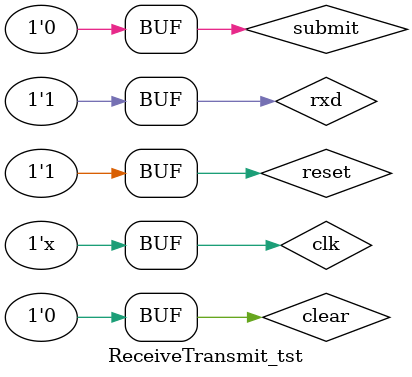
<source format=v>
`timescale 1 ns/ 1 ps
module ReceiveTransmit_tst();

parameter period = 2;
reg clear;
reg clk;
reg reset;
reg rxd;
reg submit;

wire [3:0]  n;
wire [3:0]  num1;
wire [3:0]  num2;
wire [3:0]  num3;
wire [3:0]  num4;
wire txd;

ReceiveTransmit inst1 (
	.clear(clear),
	.clk(clk),
	.n(n),
	.num1(num1),
	.num2(num2),
	.num3(num3),
	.num4(num4),
	.reset(reset),
	.rxd(rxd),
	.submit(submit),
	.txd(txd)
);

initial begin
	clk = 0;
	reset = 0;
	clear = 0;
	submit = 0;
	rxd = 1;
	# (period * 2) reset = 1;
//	# (period * 10) data = 49;
//	# (period * 10) txdStart = 1;
//	# (period * 1000);
//	wait (txdBusy == 0) begin
//		txdStart = 0;
//		submit = 1;
//		# (period * 10) submit = 0;
//	end
	# (30000)  rxd = 0;
	# (period * 2604) rxd = 1;
	# (period * 2604) rxd = 0;
	# (period * 2604) rxd = 0;
	# (period * 2604) rxd = 0;
	# (period * 2604) rxd = 1;
	# (period * 2604) rxd = 1;
	# (period * 2604) rxd = 0;
	# (period * 2604) rxd = 0;
	# (period * 2604) rxd = 1;
	# (period * 3000) submit = 1;
	# (period * 10) submit = 0;
	
	# (50000)  rxd = 0;
	# (period * 2604) rxd = 1;
	# (period * 2604) rxd = 1;
	# (period * 2604) rxd = 0;
	# (period * 2604) rxd = 0;
	# (period * 2604) rxd = 1;
	# (period * 2604) rxd = 1;
	# (period * 2604) rxd = 0;
	# (period * 2604) rxd = 0;
	# (period * 2604) rxd = 1;
	
	# (period * 2604) rxd = 0;
	# (period * 2604) rxd = 1;
	# (period * 2604) rxd = 1;
	# (period * 2604) rxd = 1;
	# (period * 2604) rxd = 0;
	# (period * 2604) rxd = 1;
	# (period * 2604) rxd = 1;
	# (period * 2604) rxd = 0;
	# (period * 2604) rxd = 0;
	# (period * 2604) rxd = 1;
	
	# (period * 2604) rxd = 0;
	# (period * 2604) rxd = 0;
	# (period * 2604) rxd = 1;
	# (period * 2604) rxd = 0;
	# (period * 2604) rxd = 0;
	# (period * 2604) rxd = 1;
	# (period * 2604) rxd = 1;
	# (period * 2604) rxd = 0;
	# (period * 2604) rxd = 0;
	# (period * 2604) rxd = 1;
	# (period * 3000) submit = 1;
	# (period * 10) submit = 0;
end

always # (period / 2) clk = ~clk;

endmodule


</source>
